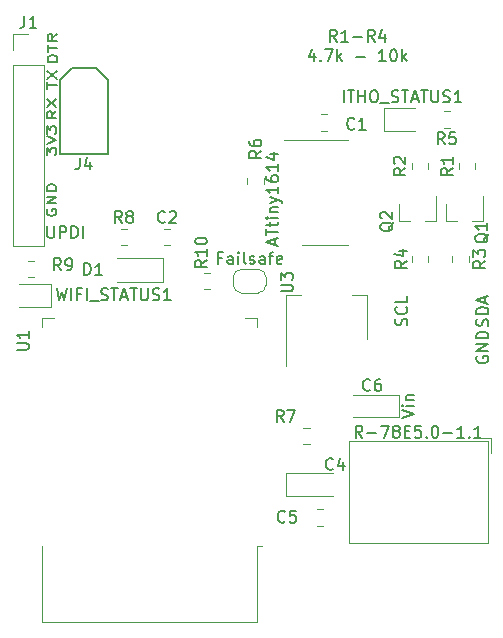
<source format=gto>
G04 #@! TF.GenerationSoftware,KiCad,Pcbnew,(5.1.9-0-10_14)*
G04 #@! TF.CreationDate,2021-01-18T10:51:13+01:00*
G04 #@! TF.ProjectId,ithowifi,6974686f-7769-4666-992e-6b696361645f,rev?*
G04 #@! TF.SameCoordinates,Original*
G04 #@! TF.FileFunction,Legend,Top*
G04 #@! TF.FilePolarity,Positive*
%FSLAX46Y46*%
G04 Gerber Fmt 4.6, Leading zero omitted, Abs format (unit mm)*
G04 Created by KiCad (PCBNEW (5.1.9-0-10_14)) date 2021-01-18 10:51:13*
%MOMM*%
%LPD*%
G01*
G04 APERTURE LIST*
%ADD10C,0.150000*%
%ADD11C,0.120000*%
G04 APERTURE END LIST*
D10*
X87331600Y-121259504D02*
X87293504Y-121354742D01*
X87293504Y-121497600D01*
X87331600Y-121640457D01*
X87407790Y-121735695D01*
X87483980Y-121783314D01*
X87636361Y-121830933D01*
X87750647Y-121830933D01*
X87903028Y-121783314D01*
X87979219Y-121735695D01*
X88055409Y-121640457D01*
X88093504Y-121497600D01*
X88093504Y-121402361D01*
X88055409Y-121259504D01*
X88017314Y-121211885D01*
X87750647Y-121211885D01*
X87750647Y-121402361D01*
X88093504Y-120783314D02*
X87293504Y-120783314D01*
X88093504Y-120211885D01*
X87293504Y-120211885D01*
X88093504Y-119735695D02*
X87293504Y-119735695D01*
X87293504Y-119497600D01*
X87331600Y-119354742D01*
X87407790Y-119259504D01*
X87483980Y-119211885D01*
X87636361Y-119164266D01*
X87750647Y-119164266D01*
X87903028Y-119211885D01*
X87979219Y-119259504D01*
X88055409Y-119354742D01*
X88093504Y-119497600D01*
X88093504Y-119735695D01*
X87268104Y-116681095D02*
X87268104Y-116062047D01*
X87572866Y-116395380D01*
X87572866Y-116252523D01*
X87610961Y-116157285D01*
X87649057Y-116109666D01*
X87725247Y-116062047D01*
X87915723Y-116062047D01*
X87991914Y-116109666D01*
X88030009Y-116157285D01*
X88068104Y-116252523D01*
X88068104Y-116538238D01*
X88030009Y-116633476D01*
X87991914Y-116681095D01*
X87268104Y-115776333D02*
X88068104Y-115443000D01*
X87268104Y-115109666D01*
X87268104Y-114871571D02*
X87268104Y-114252523D01*
X87572866Y-114585857D01*
X87572866Y-114443000D01*
X87610961Y-114347761D01*
X87649057Y-114300142D01*
X87725247Y-114252523D01*
X87915723Y-114252523D01*
X87991914Y-114300142D01*
X88030009Y-114347761D01*
X88068104Y-114443000D01*
X88068104Y-114728714D01*
X88030009Y-114823952D01*
X87991914Y-114871571D01*
X87325390Y-122693180D02*
X87325390Y-123502704D01*
X87373009Y-123597942D01*
X87420628Y-123645561D01*
X87515866Y-123693180D01*
X87706342Y-123693180D01*
X87801580Y-123645561D01*
X87849200Y-123597942D01*
X87896819Y-123502704D01*
X87896819Y-122693180D01*
X88373009Y-123693180D02*
X88373009Y-122693180D01*
X88753961Y-122693180D01*
X88849200Y-122740800D01*
X88896819Y-122788419D01*
X88944438Y-122883657D01*
X88944438Y-123026514D01*
X88896819Y-123121752D01*
X88849200Y-123169371D01*
X88753961Y-123216990D01*
X88373009Y-123216990D01*
X89373009Y-123693180D02*
X89373009Y-122693180D01*
X89611104Y-122693180D01*
X89753961Y-122740800D01*
X89849200Y-122836038D01*
X89896819Y-122931276D01*
X89944438Y-123121752D01*
X89944438Y-123264609D01*
X89896819Y-123455085D01*
X89849200Y-123550323D01*
X89753961Y-123645561D01*
X89611104Y-123693180D01*
X89373009Y-123693180D01*
X90373009Y-123693180D02*
X90373009Y-122693180D01*
X88093504Y-112968066D02*
X87712552Y-113301400D01*
X88093504Y-113539495D02*
X87293504Y-113539495D01*
X87293504Y-113158542D01*
X87331600Y-113063304D01*
X87369695Y-113015685D01*
X87445885Y-112968066D01*
X87560171Y-112968066D01*
X87636361Y-113015685D01*
X87674457Y-113063304D01*
X87712552Y-113158542D01*
X87712552Y-113539495D01*
X87293504Y-112634733D02*
X88093504Y-111968066D01*
X87293504Y-111968066D02*
X88093504Y-112634733D01*
X87318904Y-111048704D02*
X87318904Y-110477276D01*
X88118904Y-110762990D02*
X87318904Y-110762990D01*
X87318904Y-110239180D02*
X88118904Y-109572514D01*
X87318904Y-109572514D02*
X88118904Y-110239180D01*
X88144304Y-108788057D02*
X87344304Y-108788057D01*
X87344304Y-108549961D01*
X87382400Y-108407104D01*
X87458590Y-108311866D01*
X87534780Y-108264247D01*
X87687161Y-108216628D01*
X87801447Y-108216628D01*
X87953828Y-108264247D01*
X88030019Y-108311866D01*
X88106209Y-108407104D01*
X88144304Y-108549961D01*
X88144304Y-108788057D01*
X87344304Y-107930914D02*
X87344304Y-107359485D01*
X88144304Y-107645200D02*
X87344304Y-107645200D01*
X88144304Y-106454723D02*
X87763352Y-106788057D01*
X88144304Y-107026152D02*
X87344304Y-107026152D01*
X87344304Y-106645200D01*
X87382400Y-106549961D01*
X87420495Y-106502342D01*
X87496685Y-106454723D01*
X87610971Y-106454723D01*
X87687161Y-106502342D01*
X87725257Y-106549961D01*
X87763352Y-106645200D01*
X87763352Y-107026152D01*
X111839595Y-107082080D02*
X111506261Y-106605890D01*
X111268166Y-107082080D02*
X111268166Y-106082080D01*
X111649119Y-106082080D01*
X111744357Y-106129700D01*
X111791976Y-106177319D01*
X111839595Y-106272557D01*
X111839595Y-106415414D01*
X111791976Y-106510652D01*
X111744357Y-106558271D01*
X111649119Y-106605890D01*
X111268166Y-106605890D01*
X112791976Y-107082080D02*
X112220547Y-107082080D01*
X112506261Y-107082080D02*
X112506261Y-106082080D01*
X112411023Y-106224938D01*
X112315785Y-106320176D01*
X112220547Y-106367795D01*
X113220547Y-106701128D02*
X113982452Y-106701128D01*
X115030071Y-107082080D02*
X114696738Y-106605890D01*
X114458642Y-107082080D02*
X114458642Y-106082080D01*
X114839595Y-106082080D01*
X114934833Y-106129700D01*
X114982452Y-106177319D01*
X115030071Y-106272557D01*
X115030071Y-106415414D01*
X114982452Y-106510652D01*
X114934833Y-106558271D01*
X114839595Y-106605890D01*
X114458642Y-106605890D01*
X115887214Y-106415414D02*
X115887214Y-107082080D01*
X115649119Y-106034461D02*
X115411023Y-106748747D01*
X116030071Y-106748747D01*
X109934833Y-108065414D02*
X109934833Y-108732080D01*
X109696738Y-107684461D02*
X109458642Y-108398747D01*
X110077690Y-108398747D01*
X110458642Y-108636842D02*
X110506261Y-108684461D01*
X110458642Y-108732080D01*
X110411023Y-108684461D01*
X110458642Y-108636842D01*
X110458642Y-108732080D01*
X110839595Y-107732080D02*
X111506261Y-107732080D01*
X111077690Y-108732080D01*
X111887214Y-108732080D02*
X111887214Y-107732080D01*
X111982452Y-108351128D02*
X112268166Y-108732080D01*
X112268166Y-108065414D02*
X111887214Y-108446366D01*
X113458642Y-108351128D02*
X114220547Y-108351128D01*
X115982452Y-108732080D02*
X115411023Y-108732080D01*
X115696738Y-108732080D02*
X115696738Y-107732080D01*
X115601500Y-107874938D01*
X115506261Y-107970176D01*
X115411023Y-108017795D01*
X116601500Y-107732080D02*
X116696738Y-107732080D01*
X116791976Y-107779700D01*
X116839595Y-107827319D01*
X116887214Y-107922557D01*
X116934833Y-108113033D01*
X116934833Y-108351128D01*
X116887214Y-108541604D01*
X116839595Y-108636842D01*
X116791976Y-108684461D01*
X116696738Y-108732080D01*
X116601500Y-108732080D01*
X116506261Y-108684461D01*
X116458642Y-108636842D01*
X116411023Y-108541604D01*
X116363404Y-108351128D01*
X116363404Y-108113033D01*
X116411023Y-107922557D01*
X116458642Y-107827319D01*
X116506261Y-107779700D01*
X116601500Y-107732080D01*
X117363404Y-108732080D02*
X117363404Y-107732080D01*
X117458642Y-108351128D02*
X117744357Y-108732080D01*
X117744357Y-108065414D02*
X117363404Y-108446366D01*
X117346480Y-138920409D02*
X118346480Y-138587076D01*
X117346480Y-138253742D01*
X118346480Y-137920409D02*
X117679814Y-137920409D01*
X117346480Y-137920409D02*
X117394100Y-137968028D01*
X117441719Y-137920409D01*
X117394100Y-137872790D01*
X117346480Y-137920409D01*
X117441719Y-137920409D01*
X117679814Y-137444219D02*
X118346480Y-137444219D01*
X117775052Y-137444219D02*
X117727433Y-137396600D01*
X117679814Y-137301361D01*
X117679814Y-137158504D01*
X117727433Y-137063266D01*
X117822671Y-137015647D01*
X118346480Y-137015647D01*
X123706000Y-133730904D02*
X123658380Y-133826142D01*
X123658380Y-133969000D01*
X123706000Y-134111857D01*
X123801238Y-134207095D01*
X123896476Y-134254714D01*
X124086952Y-134302333D01*
X124229809Y-134302333D01*
X124420285Y-134254714D01*
X124515523Y-134207095D01*
X124610761Y-134111857D01*
X124658380Y-133969000D01*
X124658380Y-133873761D01*
X124610761Y-133730904D01*
X124563142Y-133683285D01*
X124229809Y-133683285D01*
X124229809Y-133873761D01*
X124658380Y-133254714D02*
X123658380Y-133254714D01*
X124658380Y-132683285D01*
X123658380Y-132683285D01*
X124658380Y-132207095D02*
X123658380Y-132207095D01*
X123658380Y-131969000D01*
X123706000Y-131826142D01*
X123801238Y-131730904D01*
X123896476Y-131683285D01*
X124086952Y-131635666D01*
X124229809Y-131635666D01*
X124420285Y-131683285D01*
X124515523Y-131730904D01*
X124610761Y-131826142D01*
X124658380Y-131969000D01*
X124658380Y-132207095D01*
X117752761Y-131111476D02*
X117800380Y-130968619D01*
X117800380Y-130730523D01*
X117752761Y-130635285D01*
X117705142Y-130587666D01*
X117609904Y-130540047D01*
X117514666Y-130540047D01*
X117419428Y-130587666D01*
X117371809Y-130635285D01*
X117324190Y-130730523D01*
X117276571Y-130921000D01*
X117228952Y-131016238D01*
X117181333Y-131063857D01*
X117086095Y-131111476D01*
X116990857Y-131111476D01*
X116895619Y-131063857D01*
X116848000Y-131016238D01*
X116800380Y-130921000D01*
X116800380Y-130682904D01*
X116848000Y-130540047D01*
X117705142Y-129540047D02*
X117752761Y-129587666D01*
X117800380Y-129730523D01*
X117800380Y-129825761D01*
X117752761Y-129968619D01*
X117657523Y-130063857D01*
X117562285Y-130111476D01*
X117371809Y-130159095D01*
X117228952Y-130159095D01*
X117038476Y-130111476D01*
X116943238Y-130063857D01*
X116848000Y-129968619D01*
X116800380Y-129825761D01*
X116800380Y-129730523D01*
X116848000Y-129587666D01*
X116895619Y-129540047D01*
X117800380Y-128635285D02*
X117800380Y-129111476D01*
X116800380Y-129111476D01*
X124610761Y-131135285D02*
X124658380Y-130992428D01*
X124658380Y-130754333D01*
X124610761Y-130659095D01*
X124563142Y-130611476D01*
X124467904Y-130563857D01*
X124372666Y-130563857D01*
X124277428Y-130611476D01*
X124229809Y-130659095D01*
X124182190Y-130754333D01*
X124134571Y-130944809D01*
X124086952Y-131040047D01*
X124039333Y-131087666D01*
X123944095Y-131135285D01*
X123848857Y-131135285D01*
X123753619Y-131087666D01*
X123706000Y-131040047D01*
X123658380Y-130944809D01*
X123658380Y-130706714D01*
X123706000Y-130563857D01*
X124658380Y-130135285D02*
X123658380Y-130135285D01*
X123658380Y-129897190D01*
X123706000Y-129754333D01*
X123801238Y-129659095D01*
X123896476Y-129611476D01*
X124086952Y-129563857D01*
X124229809Y-129563857D01*
X124420285Y-129611476D01*
X124515523Y-129659095D01*
X124610761Y-129754333D01*
X124658380Y-129897190D01*
X124658380Y-130135285D01*
X124372666Y-129182904D02*
X124372666Y-128706714D01*
X124658380Y-129278142D02*
X123658380Y-128944809D01*
X124658380Y-128611476D01*
X88366600Y-110337600D02*
X88366600Y-116560600D01*
X89382600Y-109321600D02*
X88366600Y-110337600D01*
X91414600Y-109321600D02*
X89382600Y-109321600D01*
X92430600Y-110337600D02*
X91414600Y-109321600D01*
X92430600Y-116560600D02*
X92430600Y-110337600D01*
X88366600Y-116560600D02*
X92430600Y-116560600D01*
D11*
X105097600Y-131260400D02*
X105097600Y-130480400D01*
X105097600Y-130480400D02*
X104097600Y-130480400D01*
X86857600Y-131260400D02*
X86857600Y-130480400D01*
X86857600Y-130480400D02*
X87857600Y-130480400D01*
X105097600Y-156225400D02*
X86857600Y-156225400D01*
X86857600Y-156225400D02*
X86857600Y-149805400D01*
X105097600Y-156225400D02*
X105097600Y-149805400D01*
X105097600Y-149805400D02*
X105477600Y-149805400D01*
X105855200Y-127055600D02*
X105855200Y-127655600D01*
X103755200Y-126355600D02*
X105155200Y-126355600D01*
X103055200Y-127655600D02*
X103055200Y-127055600D01*
X105155200Y-128355600D02*
X103755200Y-128355600D01*
X105855200Y-127655600D02*
G75*
G02*
X105155200Y-128355600I-700000J0D01*
G01*
X105155200Y-126355600D02*
G75*
G02*
X105855200Y-127055600I0J-700000D01*
G01*
X103055200Y-127055600D02*
G75*
G02*
X103755200Y-126355600I700000J0D01*
G01*
X103755200Y-128355600D02*
G75*
G02*
X103055200Y-127655600I0J700000D01*
G01*
X100607122Y-126645600D02*
X101124278Y-126645600D01*
X100607122Y-128065600D02*
X101124278Y-128065600D01*
X113224500Y-138831600D02*
X117134500Y-138831600D01*
X117134500Y-138831600D02*
X117134500Y-136961600D01*
X117134500Y-136961600D02*
X113224500Y-136961600D01*
X111480400Y-143641800D02*
X107570400Y-143641800D01*
X107570400Y-143641800D02*
X107570400Y-145511800D01*
X107570400Y-145511800D02*
X111480400Y-145511800D01*
X84925900Y-129534800D02*
X87610900Y-129534800D01*
X87610900Y-129534800D02*
X87610900Y-127614800D01*
X87610900Y-127614800D02*
X84925900Y-127614800D01*
X86184478Y-127049600D02*
X85667322Y-127049600D01*
X86184478Y-125629600D02*
X85667322Y-125629600D01*
X114357200Y-128493600D02*
X113097200Y-128493600D01*
X107537200Y-128493600D02*
X108797200Y-128493600D01*
X114357200Y-132253600D02*
X114357200Y-128493600D01*
X107537200Y-134503600D02*
X107537200Y-128493600D01*
X93541322Y-122911800D02*
X94058478Y-122911800D01*
X93541322Y-124331800D02*
X94058478Y-124331800D01*
X109012222Y-139752000D02*
X109529378Y-139752000D01*
X109012222Y-141172000D02*
X109529378Y-141172000D01*
X84395000Y-124367600D02*
X87055000Y-124367600D01*
X84395000Y-109067600D02*
X84395000Y-124367600D01*
X87055000Y-109067600D02*
X87055000Y-124367600D01*
X84395000Y-109067600D02*
X87055000Y-109067600D01*
X84395000Y-107797600D02*
X84395000Y-106467600D01*
X84395000Y-106467600D02*
X85725000Y-106467600D01*
X97120000Y-127415800D02*
X97120000Y-125415800D01*
X97120000Y-125415800D02*
X93220000Y-125415800D01*
X97120000Y-127415800D02*
X93220000Y-127415800D01*
X110178322Y-146660800D02*
X110695478Y-146660800D01*
X110178322Y-148080800D02*
X110695478Y-148080800D01*
X97716078Y-124331800D02*
X97198922Y-124331800D01*
X97716078Y-122911800D02*
X97198922Y-122911800D01*
X118475000Y-112705000D02*
X115790000Y-112705000D01*
X115790000Y-112705000D02*
X115790000Y-114625000D01*
X115790000Y-114625000D02*
X118475000Y-114625000D01*
X105637400Y-119153678D02*
X105637400Y-118636522D01*
X104217400Y-119153678D02*
X104217400Y-118636522D01*
X121388878Y-114375000D02*
X120871722Y-114375000D01*
X121388878Y-112955000D02*
X120871722Y-112955000D01*
X119582000Y-125217422D02*
X119582000Y-125734578D01*
X118162000Y-125217422D02*
X118162000Y-125734578D01*
X123011000Y-125217422D02*
X123011000Y-125734578D01*
X121591000Y-125217422D02*
X121591000Y-125734578D01*
X119582000Y-117365822D02*
X119582000Y-117882978D01*
X118162000Y-117365822D02*
X118162000Y-117882978D01*
X122149800Y-117882978D02*
X122149800Y-117365822D01*
X123569800Y-117882978D02*
X123569800Y-117365822D01*
X110462322Y-114654400D02*
X110979478Y-114654400D01*
X110462322Y-113234400D02*
X110979478Y-113234400D01*
X117078600Y-122299000D02*
X118008600Y-122299000D01*
X120238600Y-122299000D02*
X119308600Y-122299000D01*
X120238600Y-122299000D02*
X120238600Y-120139000D01*
X117078600Y-122299000D02*
X117078600Y-120839000D01*
X121076600Y-122299000D02*
X122006600Y-122299000D01*
X124236600Y-122299000D02*
X123306600Y-122299000D01*
X124236600Y-122299000D02*
X124236600Y-120139000D01*
X121076600Y-122299000D02*
X121076600Y-120839000D01*
X110809000Y-115427600D02*
X107359000Y-115427600D01*
X110809000Y-115427600D02*
X112759000Y-115427600D01*
X110809000Y-124297600D02*
X108859000Y-124297600D01*
X110809000Y-124297600D02*
X112759000Y-124297600D01*
X124630600Y-149511200D02*
X112909600Y-149511200D01*
X124630600Y-140891200D02*
X112909600Y-140891200D01*
X124630600Y-149511200D02*
X124630600Y-140891200D01*
X112909600Y-149511200D02*
X112909600Y-140891200D01*
X124870600Y-141891200D02*
X124870600Y-140651200D01*
X124870600Y-140651200D02*
X123630600Y-140651200D01*
D10*
X90052566Y-116901980D02*
X90052566Y-117616266D01*
X90004947Y-117759123D01*
X89909709Y-117854361D01*
X89766852Y-117901980D01*
X89671614Y-117901980D01*
X90957328Y-117235314D02*
X90957328Y-117901980D01*
X90719233Y-116854361D02*
X90481138Y-117568647D01*
X91100185Y-117568647D01*
X84732880Y-133172104D02*
X85542404Y-133172104D01*
X85637642Y-133124485D01*
X85685261Y-133076866D01*
X85732880Y-132981628D01*
X85732880Y-132791152D01*
X85685261Y-132695914D01*
X85637642Y-132648295D01*
X85542404Y-132600676D01*
X84732880Y-132600676D01*
X85732880Y-131600676D02*
X85732880Y-132172104D01*
X85732880Y-131886390D02*
X84732880Y-131886390D01*
X84875738Y-131981628D01*
X84970976Y-132076866D01*
X85018595Y-132172104D01*
X102074247Y-125384171D02*
X101740914Y-125384171D01*
X101740914Y-125907980D02*
X101740914Y-124907980D01*
X102217104Y-124907980D01*
X103026628Y-125907980D02*
X103026628Y-125384171D01*
X102979009Y-125288933D01*
X102883771Y-125241314D01*
X102693295Y-125241314D01*
X102598057Y-125288933D01*
X103026628Y-125860361D02*
X102931390Y-125907980D01*
X102693295Y-125907980D01*
X102598057Y-125860361D01*
X102550438Y-125765123D01*
X102550438Y-125669885D01*
X102598057Y-125574647D01*
X102693295Y-125527028D01*
X102931390Y-125527028D01*
X103026628Y-125479409D01*
X103502819Y-125907980D02*
X103502819Y-125241314D01*
X103502819Y-124907980D02*
X103455200Y-124955600D01*
X103502819Y-125003219D01*
X103550438Y-124955600D01*
X103502819Y-124907980D01*
X103502819Y-125003219D01*
X104121866Y-125907980D02*
X104026628Y-125860361D01*
X103979009Y-125765123D01*
X103979009Y-124907980D01*
X104455200Y-125860361D02*
X104550438Y-125907980D01*
X104740914Y-125907980D01*
X104836152Y-125860361D01*
X104883771Y-125765123D01*
X104883771Y-125717504D01*
X104836152Y-125622266D01*
X104740914Y-125574647D01*
X104598057Y-125574647D01*
X104502819Y-125527028D01*
X104455200Y-125431790D01*
X104455200Y-125384171D01*
X104502819Y-125288933D01*
X104598057Y-125241314D01*
X104740914Y-125241314D01*
X104836152Y-125288933D01*
X105740914Y-125907980D02*
X105740914Y-125384171D01*
X105693295Y-125288933D01*
X105598057Y-125241314D01*
X105407580Y-125241314D01*
X105312342Y-125288933D01*
X105740914Y-125860361D02*
X105645676Y-125907980D01*
X105407580Y-125907980D01*
X105312342Y-125860361D01*
X105264723Y-125765123D01*
X105264723Y-125669885D01*
X105312342Y-125574647D01*
X105407580Y-125527028D01*
X105645676Y-125527028D01*
X105740914Y-125479409D01*
X106074247Y-125241314D02*
X106455200Y-125241314D01*
X106217104Y-125907980D02*
X106217104Y-125050838D01*
X106264723Y-124955600D01*
X106359961Y-124907980D01*
X106455200Y-124907980D01*
X107169485Y-125860361D02*
X107074247Y-125907980D01*
X106883771Y-125907980D01*
X106788533Y-125860361D01*
X106740914Y-125765123D01*
X106740914Y-125384171D01*
X106788533Y-125288933D01*
X106883771Y-125241314D01*
X107074247Y-125241314D01*
X107169485Y-125288933D01*
X107217104Y-125384171D01*
X107217104Y-125479409D01*
X106740914Y-125574647D01*
X100833180Y-125585457D02*
X100356990Y-125918790D01*
X100833180Y-126156885D02*
X99833180Y-126156885D01*
X99833180Y-125775933D01*
X99880800Y-125680695D01*
X99928419Y-125633076D01*
X100023657Y-125585457D01*
X100166514Y-125585457D01*
X100261752Y-125633076D01*
X100309371Y-125680695D01*
X100356990Y-125775933D01*
X100356990Y-126156885D01*
X100833180Y-124633076D02*
X100833180Y-125204504D01*
X100833180Y-124918790D02*
X99833180Y-124918790D01*
X99976038Y-125014028D01*
X100071276Y-125109266D01*
X100118895Y-125204504D01*
X99833180Y-124014028D02*
X99833180Y-123918790D01*
X99880800Y-123823552D01*
X99928419Y-123775933D01*
X100023657Y-123728314D01*
X100214133Y-123680695D01*
X100452228Y-123680695D01*
X100642704Y-123728314D01*
X100737942Y-123775933D01*
X100785561Y-123823552D01*
X100833180Y-123918790D01*
X100833180Y-124014028D01*
X100785561Y-124109266D01*
X100737942Y-124156885D01*
X100642704Y-124204504D01*
X100452228Y-124252123D01*
X100214133Y-124252123D01*
X100023657Y-124204504D01*
X99928419Y-124156885D01*
X99880800Y-124109266D01*
X99833180Y-124014028D01*
X114657833Y-136551942D02*
X114610214Y-136599561D01*
X114467357Y-136647180D01*
X114372119Y-136647180D01*
X114229261Y-136599561D01*
X114134023Y-136504323D01*
X114086404Y-136409085D01*
X114038785Y-136218609D01*
X114038785Y-136075752D01*
X114086404Y-135885276D01*
X114134023Y-135790038D01*
X114229261Y-135694800D01*
X114372119Y-135647180D01*
X114467357Y-135647180D01*
X114610214Y-135694800D01*
X114657833Y-135742419D01*
X115514976Y-135647180D02*
X115324500Y-135647180D01*
X115229261Y-135694800D01*
X115181642Y-135742419D01*
X115086404Y-135885276D01*
X115038785Y-136075752D01*
X115038785Y-136456704D01*
X115086404Y-136551942D01*
X115134023Y-136599561D01*
X115229261Y-136647180D01*
X115419738Y-136647180D01*
X115514976Y-136599561D01*
X115562595Y-136551942D01*
X115610214Y-136456704D01*
X115610214Y-136218609D01*
X115562595Y-136123371D01*
X115514976Y-136075752D01*
X115419738Y-136028133D01*
X115229261Y-136028133D01*
X115134023Y-136075752D01*
X115086404Y-136123371D01*
X115038785Y-136218609D01*
X111517133Y-143257542D02*
X111469514Y-143305161D01*
X111326657Y-143352780D01*
X111231419Y-143352780D01*
X111088561Y-143305161D01*
X110993323Y-143209923D01*
X110945704Y-143114685D01*
X110898085Y-142924209D01*
X110898085Y-142781352D01*
X110945704Y-142590876D01*
X110993323Y-142495638D01*
X111088561Y-142400400D01*
X111231419Y-142352780D01*
X111326657Y-142352780D01*
X111469514Y-142400400D01*
X111517133Y-142448019D01*
X112374276Y-142686114D02*
X112374276Y-143352780D01*
X112136180Y-142305161D02*
X111898085Y-143019447D01*
X112517133Y-143019447D01*
X88106857Y-127976380D02*
X88344952Y-128976380D01*
X88535428Y-128262095D01*
X88725904Y-128976380D01*
X88964000Y-127976380D01*
X89344952Y-128976380D02*
X89344952Y-127976380D01*
X90154476Y-128452571D02*
X89821142Y-128452571D01*
X89821142Y-128976380D02*
X89821142Y-127976380D01*
X90297333Y-127976380D01*
X90678285Y-128976380D02*
X90678285Y-127976380D01*
X90916380Y-129071619D02*
X91678285Y-129071619D01*
X91868761Y-128928761D02*
X92011619Y-128976380D01*
X92249714Y-128976380D01*
X92344952Y-128928761D01*
X92392571Y-128881142D01*
X92440190Y-128785904D01*
X92440190Y-128690666D01*
X92392571Y-128595428D01*
X92344952Y-128547809D01*
X92249714Y-128500190D01*
X92059238Y-128452571D01*
X91964000Y-128404952D01*
X91916380Y-128357333D01*
X91868761Y-128262095D01*
X91868761Y-128166857D01*
X91916380Y-128071619D01*
X91964000Y-128024000D01*
X92059238Y-127976380D01*
X92297333Y-127976380D01*
X92440190Y-128024000D01*
X92725904Y-127976380D02*
X93297333Y-127976380D01*
X93011619Y-128976380D02*
X93011619Y-127976380D01*
X93583047Y-128690666D02*
X94059238Y-128690666D01*
X93487809Y-128976380D02*
X93821142Y-127976380D01*
X94154476Y-128976380D01*
X94344952Y-127976380D02*
X94916380Y-127976380D01*
X94630666Y-128976380D02*
X94630666Y-127976380D01*
X95249714Y-127976380D02*
X95249714Y-128785904D01*
X95297333Y-128881142D01*
X95344952Y-128928761D01*
X95440190Y-128976380D01*
X95630666Y-128976380D01*
X95725904Y-128928761D01*
X95773523Y-128881142D01*
X95821142Y-128785904D01*
X95821142Y-127976380D01*
X96249714Y-128928761D02*
X96392571Y-128976380D01*
X96630666Y-128976380D01*
X96725904Y-128928761D01*
X96773523Y-128881142D01*
X96821142Y-128785904D01*
X96821142Y-128690666D01*
X96773523Y-128595428D01*
X96725904Y-128547809D01*
X96630666Y-128500190D01*
X96440190Y-128452571D01*
X96344952Y-128404952D01*
X96297333Y-128357333D01*
X96249714Y-128262095D01*
X96249714Y-128166857D01*
X96297333Y-128071619D01*
X96344952Y-128024000D01*
X96440190Y-127976380D01*
X96678285Y-127976380D01*
X96821142Y-128024000D01*
X97773523Y-128976380D02*
X97202095Y-128976380D01*
X97487809Y-128976380D02*
X97487809Y-127976380D01*
X97392571Y-128119238D01*
X97297333Y-128214476D01*
X97202095Y-128262095D01*
X88479333Y-126436380D02*
X88146000Y-125960190D01*
X87907904Y-126436380D02*
X87907904Y-125436380D01*
X88288857Y-125436380D01*
X88384095Y-125484000D01*
X88431714Y-125531619D01*
X88479333Y-125626857D01*
X88479333Y-125769714D01*
X88431714Y-125864952D01*
X88384095Y-125912571D01*
X88288857Y-125960190D01*
X87907904Y-125960190D01*
X88955523Y-126436380D02*
X89146000Y-126436380D01*
X89241238Y-126388761D01*
X89288857Y-126341142D01*
X89384095Y-126198285D01*
X89431714Y-126007809D01*
X89431714Y-125626857D01*
X89384095Y-125531619D01*
X89336476Y-125484000D01*
X89241238Y-125436380D01*
X89050761Y-125436380D01*
X88955523Y-125484000D01*
X88907904Y-125531619D01*
X88860285Y-125626857D01*
X88860285Y-125864952D01*
X88907904Y-125960190D01*
X88955523Y-126007809D01*
X89050761Y-126055428D01*
X89241238Y-126055428D01*
X89336476Y-126007809D01*
X89384095Y-125960190D01*
X89431714Y-125864952D01*
X107097580Y-128219104D02*
X107907104Y-128219104D01*
X108002342Y-128171485D01*
X108049961Y-128123866D01*
X108097580Y-128028628D01*
X108097580Y-127838152D01*
X108049961Y-127742914D01*
X108002342Y-127695295D01*
X107907104Y-127647676D01*
X107097580Y-127647676D01*
X107097580Y-127266723D02*
X107097580Y-126647676D01*
X107478533Y-126981009D01*
X107478533Y-126838152D01*
X107526152Y-126742914D01*
X107573771Y-126695295D01*
X107669009Y-126647676D01*
X107907104Y-126647676D01*
X108002342Y-126695295D01*
X108049961Y-126742914D01*
X108097580Y-126838152D01*
X108097580Y-127123866D01*
X108049961Y-127219104D01*
X108002342Y-127266723D01*
X93633233Y-122424180D02*
X93299900Y-121947990D01*
X93061804Y-122424180D02*
X93061804Y-121424180D01*
X93442757Y-121424180D01*
X93537995Y-121471800D01*
X93585614Y-121519419D01*
X93633233Y-121614657D01*
X93633233Y-121757514D01*
X93585614Y-121852752D01*
X93537995Y-121900371D01*
X93442757Y-121947990D01*
X93061804Y-121947990D01*
X94204661Y-121852752D02*
X94109423Y-121805133D01*
X94061804Y-121757514D01*
X94014185Y-121662276D01*
X94014185Y-121614657D01*
X94061804Y-121519419D01*
X94109423Y-121471800D01*
X94204661Y-121424180D01*
X94395138Y-121424180D01*
X94490376Y-121471800D01*
X94537995Y-121519419D01*
X94585614Y-121614657D01*
X94585614Y-121662276D01*
X94537995Y-121757514D01*
X94490376Y-121805133D01*
X94395138Y-121852752D01*
X94204661Y-121852752D01*
X94109423Y-121900371D01*
X94061804Y-121947990D01*
X94014185Y-122043228D01*
X94014185Y-122233704D01*
X94061804Y-122328942D01*
X94109423Y-122376561D01*
X94204661Y-122424180D01*
X94395138Y-122424180D01*
X94490376Y-122376561D01*
X94537995Y-122328942D01*
X94585614Y-122233704D01*
X94585614Y-122043228D01*
X94537995Y-121947990D01*
X94490376Y-121900371D01*
X94395138Y-121852752D01*
X107326133Y-139263380D02*
X106992800Y-138787190D01*
X106754704Y-139263380D02*
X106754704Y-138263380D01*
X107135657Y-138263380D01*
X107230895Y-138311000D01*
X107278514Y-138358619D01*
X107326133Y-138453857D01*
X107326133Y-138596714D01*
X107278514Y-138691952D01*
X107230895Y-138739571D01*
X107135657Y-138787190D01*
X106754704Y-138787190D01*
X107659466Y-138263380D02*
X108326133Y-138263380D01*
X107897561Y-139263380D01*
X85391666Y-104919980D02*
X85391666Y-105634266D01*
X85344047Y-105777123D01*
X85248809Y-105872361D01*
X85105952Y-105919980D01*
X85010714Y-105919980D01*
X86391666Y-105919980D02*
X85820238Y-105919980D01*
X86105952Y-105919980D02*
X86105952Y-104919980D01*
X86010714Y-105062838D01*
X85915476Y-105158076D01*
X85820238Y-105205695D01*
X90447904Y-126842780D02*
X90447904Y-125842780D01*
X90686000Y-125842780D01*
X90828857Y-125890400D01*
X90924095Y-125985638D01*
X90971714Y-126080876D01*
X91019333Y-126271352D01*
X91019333Y-126414209D01*
X90971714Y-126604685D01*
X90924095Y-126699923D01*
X90828857Y-126795161D01*
X90686000Y-126842780D01*
X90447904Y-126842780D01*
X91971714Y-126842780D02*
X91400285Y-126842780D01*
X91686000Y-126842780D02*
X91686000Y-125842780D01*
X91590761Y-125985638D01*
X91495523Y-126080876D01*
X91400285Y-126128495D01*
X107453133Y-147702542D02*
X107405514Y-147750161D01*
X107262657Y-147797780D01*
X107167419Y-147797780D01*
X107024561Y-147750161D01*
X106929323Y-147654923D01*
X106881704Y-147559685D01*
X106834085Y-147369209D01*
X106834085Y-147226352D01*
X106881704Y-147035876D01*
X106929323Y-146940638D01*
X107024561Y-146845400D01*
X107167419Y-146797780D01*
X107262657Y-146797780D01*
X107405514Y-146845400D01*
X107453133Y-146893019D01*
X108357895Y-146797780D02*
X107881704Y-146797780D01*
X107834085Y-147273971D01*
X107881704Y-147226352D01*
X107976942Y-147178733D01*
X108215038Y-147178733D01*
X108310276Y-147226352D01*
X108357895Y-147273971D01*
X108405514Y-147369209D01*
X108405514Y-147607304D01*
X108357895Y-147702542D01*
X108310276Y-147750161D01*
X108215038Y-147797780D01*
X107976942Y-147797780D01*
X107881704Y-147750161D01*
X107834085Y-147702542D01*
X97290833Y-122327942D02*
X97243214Y-122375561D01*
X97100357Y-122423180D01*
X97005119Y-122423180D01*
X96862261Y-122375561D01*
X96767023Y-122280323D01*
X96719404Y-122185085D01*
X96671785Y-121994609D01*
X96671785Y-121851752D01*
X96719404Y-121661276D01*
X96767023Y-121566038D01*
X96862261Y-121470800D01*
X97005119Y-121423180D01*
X97100357Y-121423180D01*
X97243214Y-121470800D01*
X97290833Y-121518419D01*
X97671785Y-121518419D02*
X97719404Y-121470800D01*
X97814642Y-121423180D01*
X98052738Y-121423180D01*
X98147976Y-121470800D01*
X98195595Y-121518419D01*
X98243214Y-121613657D01*
X98243214Y-121708895D01*
X98195595Y-121851752D01*
X97624166Y-122423180D01*
X98243214Y-122423180D01*
X112421019Y-112212380D02*
X112421019Y-111212380D01*
X112754352Y-111212380D02*
X113325780Y-111212380D01*
X113040066Y-112212380D02*
X113040066Y-111212380D01*
X113659114Y-112212380D02*
X113659114Y-111212380D01*
X113659114Y-111688571D02*
X114230542Y-111688571D01*
X114230542Y-112212380D02*
X114230542Y-111212380D01*
X114897209Y-111212380D02*
X115087685Y-111212380D01*
X115182923Y-111260000D01*
X115278161Y-111355238D01*
X115325780Y-111545714D01*
X115325780Y-111879047D01*
X115278161Y-112069523D01*
X115182923Y-112164761D01*
X115087685Y-112212380D01*
X114897209Y-112212380D01*
X114801971Y-112164761D01*
X114706733Y-112069523D01*
X114659114Y-111879047D01*
X114659114Y-111545714D01*
X114706733Y-111355238D01*
X114801971Y-111260000D01*
X114897209Y-111212380D01*
X115516257Y-112307619D02*
X116278161Y-112307619D01*
X116468638Y-112164761D02*
X116611495Y-112212380D01*
X116849590Y-112212380D01*
X116944828Y-112164761D01*
X116992447Y-112117142D01*
X117040066Y-112021904D01*
X117040066Y-111926666D01*
X116992447Y-111831428D01*
X116944828Y-111783809D01*
X116849590Y-111736190D01*
X116659114Y-111688571D01*
X116563876Y-111640952D01*
X116516257Y-111593333D01*
X116468638Y-111498095D01*
X116468638Y-111402857D01*
X116516257Y-111307619D01*
X116563876Y-111260000D01*
X116659114Y-111212380D01*
X116897209Y-111212380D01*
X117040066Y-111260000D01*
X117325780Y-111212380D02*
X117897209Y-111212380D01*
X117611495Y-112212380D02*
X117611495Y-111212380D01*
X118182923Y-111926666D02*
X118659114Y-111926666D01*
X118087685Y-112212380D02*
X118421019Y-111212380D01*
X118754352Y-112212380D01*
X118944828Y-111212380D02*
X119516257Y-111212380D01*
X119230542Y-112212380D02*
X119230542Y-111212380D01*
X119849590Y-111212380D02*
X119849590Y-112021904D01*
X119897209Y-112117142D01*
X119944828Y-112164761D01*
X120040066Y-112212380D01*
X120230542Y-112212380D01*
X120325780Y-112164761D01*
X120373400Y-112117142D01*
X120421019Y-112021904D01*
X120421019Y-111212380D01*
X120849590Y-112164761D02*
X120992447Y-112212380D01*
X121230542Y-112212380D01*
X121325780Y-112164761D01*
X121373400Y-112117142D01*
X121421019Y-112021904D01*
X121421019Y-111926666D01*
X121373400Y-111831428D01*
X121325780Y-111783809D01*
X121230542Y-111736190D01*
X121040066Y-111688571D01*
X120944828Y-111640952D01*
X120897209Y-111593333D01*
X120849590Y-111498095D01*
X120849590Y-111402857D01*
X120897209Y-111307619D01*
X120944828Y-111260000D01*
X121040066Y-111212380D01*
X121278161Y-111212380D01*
X121421019Y-111260000D01*
X122373400Y-112212380D02*
X121801971Y-112212380D01*
X122087685Y-112212380D02*
X122087685Y-111212380D01*
X121992447Y-111355238D01*
X121897209Y-111450476D01*
X121801971Y-111498095D01*
X105430580Y-116321366D02*
X104954390Y-116654700D01*
X105430580Y-116892795D02*
X104430580Y-116892795D01*
X104430580Y-116511842D01*
X104478200Y-116416604D01*
X104525819Y-116368985D01*
X104621057Y-116321366D01*
X104763914Y-116321366D01*
X104859152Y-116368985D01*
X104906771Y-116416604D01*
X104954390Y-116511842D01*
X104954390Y-116892795D01*
X104430580Y-115464223D02*
X104430580Y-115654700D01*
X104478200Y-115749938D01*
X104525819Y-115797557D01*
X104668676Y-115892795D01*
X104859152Y-115940414D01*
X105240104Y-115940414D01*
X105335342Y-115892795D01*
X105382961Y-115845176D01*
X105430580Y-115749938D01*
X105430580Y-115559461D01*
X105382961Y-115464223D01*
X105335342Y-115416604D01*
X105240104Y-115368985D01*
X105002009Y-115368985D01*
X104906771Y-115416604D01*
X104859152Y-115464223D01*
X104811533Y-115559461D01*
X104811533Y-115749938D01*
X104859152Y-115845176D01*
X104906771Y-115892795D01*
X105002009Y-115940414D01*
X120963633Y-115767380D02*
X120630300Y-115291190D01*
X120392204Y-115767380D02*
X120392204Y-114767380D01*
X120773157Y-114767380D01*
X120868395Y-114815000D01*
X120916014Y-114862619D01*
X120963633Y-114957857D01*
X120963633Y-115100714D01*
X120916014Y-115195952D01*
X120868395Y-115243571D01*
X120773157Y-115291190D01*
X120392204Y-115291190D01*
X121868395Y-114767380D02*
X121392204Y-114767380D01*
X121344585Y-115243571D01*
X121392204Y-115195952D01*
X121487442Y-115148333D01*
X121725538Y-115148333D01*
X121820776Y-115195952D01*
X121868395Y-115243571D01*
X121916014Y-115338809D01*
X121916014Y-115576904D01*
X121868395Y-115672142D01*
X121820776Y-115719761D01*
X121725538Y-115767380D01*
X121487442Y-115767380D01*
X121392204Y-115719761D01*
X121344585Y-115672142D01*
X117749580Y-125642666D02*
X117273390Y-125976000D01*
X117749580Y-126214095D02*
X116749580Y-126214095D01*
X116749580Y-125833142D01*
X116797200Y-125737904D01*
X116844819Y-125690285D01*
X116940057Y-125642666D01*
X117082914Y-125642666D01*
X117178152Y-125690285D01*
X117225771Y-125737904D01*
X117273390Y-125833142D01*
X117273390Y-126214095D01*
X117082914Y-124785523D02*
X117749580Y-124785523D01*
X116701961Y-125023619D02*
X117416247Y-125261714D01*
X117416247Y-124642666D01*
X124403380Y-125642666D02*
X123927190Y-125976000D01*
X124403380Y-126214095D02*
X123403380Y-126214095D01*
X123403380Y-125833142D01*
X123451000Y-125737904D01*
X123498619Y-125690285D01*
X123593857Y-125642666D01*
X123736714Y-125642666D01*
X123831952Y-125690285D01*
X123879571Y-125737904D01*
X123927190Y-125833142D01*
X123927190Y-126214095D01*
X123403380Y-125309333D02*
X123403380Y-124690285D01*
X123784333Y-125023619D01*
X123784333Y-124880761D01*
X123831952Y-124785523D01*
X123879571Y-124737904D01*
X123974809Y-124690285D01*
X124212904Y-124690285D01*
X124308142Y-124737904D01*
X124355761Y-124785523D01*
X124403380Y-124880761D01*
X124403380Y-125166476D01*
X124355761Y-125261714D01*
X124308142Y-125309333D01*
X117647980Y-117781366D02*
X117171790Y-118114700D01*
X117647980Y-118352795D02*
X116647980Y-118352795D01*
X116647980Y-117971842D01*
X116695600Y-117876604D01*
X116743219Y-117828985D01*
X116838457Y-117781366D01*
X116981314Y-117781366D01*
X117076552Y-117828985D01*
X117124171Y-117876604D01*
X117171790Y-117971842D01*
X117171790Y-118352795D01*
X116743219Y-117400414D02*
X116695600Y-117352795D01*
X116647980Y-117257557D01*
X116647980Y-117019461D01*
X116695600Y-116924223D01*
X116743219Y-116876604D01*
X116838457Y-116828985D01*
X116933695Y-116828985D01*
X117076552Y-116876604D01*
X117647980Y-117448033D01*
X117647980Y-116828985D01*
X121662180Y-117791066D02*
X121185990Y-118124400D01*
X121662180Y-118362495D02*
X120662180Y-118362495D01*
X120662180Y-117981542D01*
X120709800Y-117886304D01*
X120757419Y-117838685D01*
X120852657Y-117791066D01*
X120995514Y-117791066D01*
X121090752Y-117838685D01*
X121138371Y-117886304D01*
X121185990Y-117981542D01*
X121185990Y-118362495D01*
X121662180Y-116838685D02*
X121662180Y-117410114D01*
X121662180Y-117124400D02*
X120662180Y-117124400D01*
X120805038Y-117219638D01*
X120900276Y-117314876D01*
X120947895Y-117410114D01*
X113320533Y-114428542D02*
X113272914Y-114476161D01*
X113130057Y-114523780D01*
X113034819Y-114523780D01*
X112891961Y-114476161D01*
X112796723Y-114380923D01*
X112749104Y-114285685D01*
X112701485Y-114095209D01*
X112701485Y-113952352D01*
X112749104Y-113761876D01*
X112796723Y-113666638D01*
X112891961Y-113571400D01*
X113034819Y-113523780D01*
X113130057Y-113523780D01*
X113272914Y-113571400D01*
X113320533Y-113619019D01*
X114272914Y-114523780D02*
X113701485Y-114523780D01*
X113987200Y-114523780D02*
X113987200Y-113523780D01*
X113891961Y-113666638D01*
X113796723Y-113761876D01*
X113701485Y-113809495D01*
X116622219Y-122380238D02*
X116574600Y-122475476D01*
X116479361Y-122570714D01*
X116336504Y-122713571D01*
X116288885Y-122808809D01*
X116288885Y-122904047D01*
X116526980Y-122856428D02*
X116479361Y-122951666D01*
X116384123Y-123046904D01*
X116193647Y-123094523D01*
X115860314Y-123094523D01*
X115669838Y-123046904D01*
X115574600Y-122951666D01*
X115526980Y-122856428D01*
X115526980Y-122665952D01*
X115574600Y-122570714D01*
X115669838Y-122475476D01*
X115860314Y-122427857D01*
X116193647Y-122427857D01*
X116384123Y-122475476D01*
X116479361Y-122570714D01*
X116526980Y-122665952D01*
X116526980Y-122856428D01*
X115622219Y-122046904D02*
X115574600Y-121999285D01*
X115526980Y-121904047D01*
X115526980Y-121665952D01*
X115574600Y-121570714D01*
X115622219Y-121523095D01*
X115717457Y-121475476D01*
X115812695Y-121475476D01*
X115955552Y-121523095D01*
X116526980Y-122094523D01*
X116526980Y-121475476D01*
X124664719Y-123348738D02*
X124617100Y-123443976D01*
X124521861Y-123539214D01*
X124379004Y-123682071D01*
X124331385Y-123777309D01*
X124331385Y-123872547D01*
X124569480Y-123824928D02*
X124521861Y-123920166D01*
X124426623Y-124015404D01*
X124236147Y-124063023D01*
X123902814Y-124063023D01*
X123712338Y-124015404D01*
X123617100Y-123920166D01*
X123569480Y-123824928D01*
X123569480Y-123634452D01*
X123617100Y-123539214D01*
X123712338Y-123443976D01*
X123902814Y-123396357D01*
X124236147Y-123396357D01*
X124426623Y-123443976D01*
X124521861Y-123539214D01*
X124569480Y-123634452D01*
X124569480Y-123824928D01*
X124569480Y-122443976D02*
X124569480Y-123015404D01*
X124569480Y-122729690D02*
X123569480Y-122729690D01*
X123712338Y-122824928D01*
X123807576Y-122920166D01*
X123855195Y-123015404D01*
X106592666Y-124251552D02*
X106592666Y-123775361D01*
X106878380Y-124346790D02*
X105878380Y-124013457D01*
X106878380Y-123680123D01*
X105878380Y-123489647D02*
X105878380Y-122918219D01*
X106878380Y-123203933D02*
X105878380Y-123203933D01*
X106211714Y-122727742D02*
X106211714Y-122346790D01*
X105878380Y-122584885D02*
X106735523Y-122584885D01*
X106830761Y-122537266D01*
X106878380Y-122442028D01*
X106878380Y-122346790D01*
X106878380Y-122013457D02*
X106211714Y-122013457D01*
X105878380Y-122013457D02*
X105926000Y-122061076D01*
X105973619Y-122013457D01*
X105926000Y-121965838D01*
X105878380Y-122013457D01*
X105973619Y-122013457D01*
X106211714Y-121537266D02*
X106878380Y-121537266D01*
X106306952Y-121537266D02*
X106259333Y-121489647D01*
X106211714Y-121394409D01*
X106211714Y-121251552D01*
X106259333Y-121156314D01*
X106354571Y-121108695D01*
X106878380Y-121108695D01*
X106211714Y-120727742D02*
X106878380Y-120489647D01*
X106211714Y-120251552D02*
X106878380Y-120489647D01*
X107116476Y-120584885D01*
X107164095Y-120632504D01*
X107211714Y-120727742D01*
X106878380Y-119346790D02*
X106878380Y-119918219D01*
X106878380Y-119632504D02*
X105878380Y-119632504D01*
X106021238Y-119727742D01*
X106116476Y-119822980D01*
X106164095Y-119918219D01*
X105878380Y-118489647D02*
X105878380Y-118680123D01*
X105926000Y-118775361D01*
X105973619Y-118822980D01*
X106116476Y-118918219D01*
X106306952Y-118965838D01*
X106687904Y-118965838D01*
X106783142Y-118918219D01*
X106830761Y-118870600D01*
X106878380Y-118775361D01*
X106878380Y-118584885D01*
X106830761Y-118489647D01*
X106783142Y-118442028D01*
X106687904Y-118394409D01*
X106449809Y-118394409D01*
X106354571Y-118442028D01*
X106306952Y-118489647D01*
X106259333Y-118584885D01*
X106259333Y-118775361D01*
X106306952Y-118870600D01*
X106354571Y-118918219D01*
X106449809Y-118965838D01*
X106878380Y-117442028D02*
X106878380Y-118013457D01*
X106878380Y-117727742D02*
X105878380Y-117727742D01*
X106021238Y-117822980D01*
X106116476Y-117918219D01*
X106164095Y-118013457D01*
X106211714Y-116584885D02*
X106878380Y-116584885D01*
X105830761Y-116822980D02*
X106545047Y-117061076D01*
X106545047Y-116442028D01*
X114005314Y-140609580D02*
X113671980Y-140133390D01*
X113433885Y-140609580D02*
X113433885Y-139609580D01*
X113814838Y-139609580D01*
X113910076Y-139657200D01*
X113957695Y-139704819D01*
X114005314Y-139800057D01*
X114005314Y-139942914D01*
X113957695Y-140038152D01*
X113910076Y-140085771D01*
X113814838Y-140133390D01*
X113433885Y-140133390D01*
X114433885Y-140228628D02*
X115195790Y-140228628D01*
X115576742Y-139609580D02*
X116243409Y-139609580D01*
X115814838Y-140609580D01*
X116767219Y-140038152D02*
X116671980Y-139990533D01*
X116624361Y-139942914D01*
X116576742Y-139847676D01*
X116576742Y-139800057D01*
X116624361Y-139704819D01*
X116671980Y-139657200D01*
X116767219Y-139609580D01*
X116957695Y-139609580D01*
X117052933Y-139657200D01*
X117100552Y-139704819D01*
X117148171Y-139800057D01*
X117148171Y-139847676D01*
X117100552Y-139942914D01*
X117052933Y-139990533D01*
X116957695Y-140038152D01*
X116767219Y-140038152D01*
X116671980Y-140085771D01*
X116624361Y-140133390D01*
X116576742Y-140228628D01*
X116576742Y-140419104D01*
X116624361Y-140514342D01*
X116671980Y-140561961D01*
X116767219Y-140609580D01*
X116957695Y-140609580D01*
X117052933Y-140561961D01*
X117100552Y-140514342D01*
X117148171Y-140419104D01*
X117148171Y-140228628D01*
X117100552Y-140133390D01*
X117052933Y-140085771D01*
X116957695Y-140038152D01*
X117576742Y-140085771D02*
X117910076Y-140085771D01*
X118052933Y-140609580D02*
X117576742Y-140609580D01*
X117576742Y-139609580D01*
X118052933Y-139609580D01*
X118957695Y-139609580D02*
X118481504Y-139609580D01*
X118433885Y-140085771D01*
X118481504Y-140038152D01*
X118576742Y-139990533D01*
X118814838Y-139990533D01*
X118910076Y-140038152D01*
X118957695Y-140085771D01*
X119005314Y-140181009D01*
X119005314Y-140419104D01*
X118957695Y-140514342D01*
X118910076Y-140561961D01*
X118814838Y-140609580D01*
X118576742Y-140609580D01*
X118481504Y-140561961D01*
X118433885Y-140514342D01*
X119433885Y-140514342D02*
X119481504Y-140561961D01*
X119433885Y-140609580D01*
X119386266Y-140561961D01*
X119433885Y-140514342D01*
X119433885Y-140609580D01*
X120100552Y-139609580D02*
X120195790Y-139609580D01*
X120291028Y-139657200D01*
X120338647Y-139704819D01*
X120386266Y-139800057D01*
X120433885Y-139990533D01*
X120433885Y-140228628D01*
X120386266Y-140419104D01*
X120338647Y-140514342D01*
X120291028Y-140561961D01*
X120195790Y-140609580D01*
X120100552Y-140609580D01*
X120005314Y-140561961D01*
X119957695Y-140514342D01*
X119910076Y-140419104D01*
X119862457Y-140228628D01*
X119862457Y-139990533D01*
X119910076Y-139800057D01*
X119957695Y-139704819D01*
X120005314Y-139657200D01*
X120100552Y-139609580D01*
X120862457Y-140228628D02*
X121624361Y-140228628D01*
X122624361Y-140609580D02*
X122052933Y-140609580D01*
X122338647Y-140609580D02*
X122338647Y-139609580D01*
X122243409Y-139752438D01*
X122148171Y-139847676D01*
X122052933Y-139895295D01*
X123052933Y-140514342D02*
X123100552Y-140561961D01*
X123052933Y-140609580D01*
X123005314Y-140561961D01*
X123052933Y-140514342D01*
X123052933Y-140609580D01*
X124052933Y-140609580D02*
X123481504Y-140609580D01*
X123767219Y-140609580D02*
X123767219Y-139609580D01*
X123671980Y-139752438D01*
X123576742Y-139847676D01*
X123481504Y-139895295D01*
M02*

</source>
